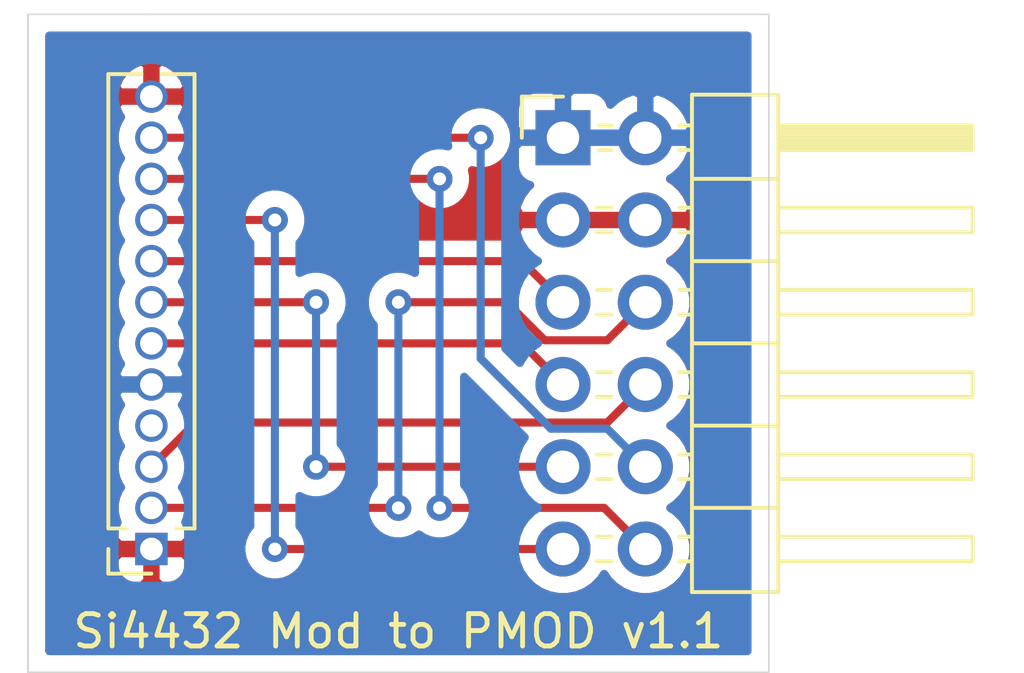
<source format=kicad_pcb>
(kicad_pcb (version 20171130) (host pcbnew 5.1.10)

  (general
    (thickness 1.6)
    (drawings 6)
    (tracks 37)
    (zones 0)
    (modules 2)
    (nets 12)
  )

  (page A4)
  (layers
    (0 F.Cu signal)
    (31 B.Cu signal)
    (32 B.Adhes user)
    (33 F.Adhes user)
    (34 B.Paste user)
    (35 F.Paste user)
    (36 B.SilkS user)
    (37 F.SilkS user)
    (38 B.Mask user)
    (39 F.Mask user)
    (40 Dwgs.User user)
    (41 Cmts.User user)
    (42 Eco1.User user)
    (43 Eco2.User user)
    (44 Edge.Cuts user)
    (45 Margin user)
    (46 B.CrtYd user)
    (47 F.CrtYd user)
    (48 B.Fab user)
    (49 F.Fab user)
  )

  (setup
    (last_trace_width 0.25)
    (trace_clearance 0.2)
    (zone_clearance 0.508)
    (zone_45_only no)
    (trace_min 0.2)
    (via_size 0.8)
    (via_drill 0.4)
    (via_min_size 0.4)
    (via_min_drill 0.3)
    (uvia_size 0.3)
    (uvia_drill 0.1)
    (uvias_allowed no)
    (uvia_min_size 0.2)
    (uvia_min_drill 0.1)
    (edge_width 0.05)
    (segment_width 0.2)
    (pcb_text_width 0.3)
    (pcb_text_size 1.5 1.5)
    (mod_edge_width 0.12)
    (mod_text_size 1 1)
    (mod_text_width 0.15)
    (pad_size 1.524 1.524)
    (pad_drill 0.762)
    (pad_to_mask_clearance 0)
    (aux_axis_origin 0 0)
    (visible_elements FFFFFF7F)
    (pcbplotparams
      (layerselection 0x010fc_ffffffff)
      (usegerberextensions false)
      (usegerberattributes true)
      (usegerberadvancedattributes true)
      (creategerberjobfile true)
      (excludeedgelayer true)
      (linewidth 0.100000)
      (plotframeref false)
      (viasonmask false)
      (mode 1)
      (useauxorigin false)
      (hpglpennumber 1)
      (hpglpenspeed 20)
      (hpglpendiameter 15.000000)
      (psnegative false)
      (psa4output false)
      (plotreference true)
      (plotvalue true)
      (plotinvisibletext false)
      (padsonsilk false)
      (subtractmaskfromsilk false)
      (outputformat 1)
      (mirror false)
      (drillshape 0)
      (scaleselection 1)
      (outputdirectory "Si4432_pmod_v1.1"))
  )

  (net 0 "")
  (net 1 GND)
  (net 2 nSD)
  (net 3 nIRQ)
  (net 4 nCS)
  (net 5 SCK)
  (net 6 MOSI)
  (net 7 MISO)
  (net 8 VCC)
  (net 9 GPIO2)
  (net 10 GPIO1)
  (net 11 GPIO0)

  (net_class Default "This is the default net class."
    (clearance 0.2)
    (trace_width 0.25)
    (via_dia 0.8)
    (via_drill 0.4)
    (uvia_dia 0.3)
    (uvia_drill 0.1)
    (add_net GND)
    (add_net GPIO0)
    (add_net GPIO1)
    (add_net GPIO2)
    (add_net MISO)
    (add_net MOSI)
    (add_net SCK)
    (add_net VCC)
    (add_net nCS)
    (add_net nIRQ)
    (add_net nSD)
  )

  (module Connector_PinHeader_2.54mm:PinHeader_2x06_P2.54mm_Horizontal (layer F.Cu) (tedit 59FED5CB) (tstamp 614B65A6)
    (at 149.86 43.18)
    (descr "Through hole angled pin header, 2x06, 2.54mm pitch, 6mm pin length, double rows")
    (tags "Through hole angled pin header THT 2x06 2.54mm double row")
    (path /614BC258)
    (fp_text reference J2 (at 0 -2.54) (layer F.SilkS) hide
      (effects (font (size 1 1) (thickness 0.15)))
    )
    (fp_text value Conn_02x06_Odd_Even (at 5.655 14.97) (layer F.Fab)
      (effects (font (size 1 1) (thickness 0.15)))
    )
    (fp_line (start 13.1 -1.8) (end -1.8 -1.8) (layer F.CrtYd) (width 0.05))
    (fp_line (start 13.1 14.5) (end 13.1 -1.8) (layer F.CrtYd) (width 0.05))
    (fp_line (start -1.8 14.5) (end 13.1 14.5) (layer F.CrtYd) (width 0.05))
    (fp_line (start -1.8 -1.8) (end -1.8 14.5) (layer F.CrtYd) (width 0.05))
    (fp_line (start -1.27 -1.27) (end 0 -1.27) (layer F.SilkS) (width 0.12))
    (fp_line (start -1.27 0) (end -1.27 -1.27) (layer F.SilkS) (width 0.12))
    (fp_line (start 1.042929 13.08) (end 1.497071 13.08) (layer F.SilkS) (width 0.12))
    (fp_line (start 1.042929 12.32) (end 1.497071 12.32) (layer F.SilkS) (width 0.12))
    (fp_line (start 3.582929 13.08) (end 3.98 13.08) (layer F.SilkS) (width 0.12))
    (fp_line (start 3.582929 12.32) (end 3.98 12.32) (layer F.SilkS) (width 0.12))
    (fp_line (start 12.64 13.08) (end 6.64 13.08) (layer F.SilkS) (width 0.12))
    (fp_line (start 12.64 12.32) (end 12.64 13.08) (layer F.SilkS) (width 0.12))
    (fp_line (start 6.64 12.32) (end 12.64 12.32) (layer F.SilkS) (width 0.12))
    (fp_line (start 3.98 11.43) (end 6.64 11.43) (layer F.SilkS) (width 0.12))
    (fp_line (start 1.042929 10.54) (end 1.497071 10.54) (layer F.SilkS) (width 0.12))
    (fp_line (start 1.042929 9.78) (end 1.497071 9.78) (layer F.SilkS) (width 0.12))
    (fp_line (start 3.582929 10.54) (end 3.98 10.54) (layer F.SilkS) (width 0.12))
    (fp_line (start 3.582929 9.78) (end 3.98 9.78) (layer F.SilkS) (width 0.12))
    (fp_line (start 12.64 10.54) (end 6.64 10.54) (layer F.SilkS) (width 0.12))
    (fp_line (start 12.64 9.78) (end 12.64 10.54) (layer F.SilkS) (width 0.12))
    (fp_line (start 6.64 9.78) (end 12.64 9.78) (layer F.SilkS) (width 0.12))
    (fp_line (start 3.98 8.89) (end 6.64 8.89) (layer F.SilkS) (width 0.12))
    (fp_line (start 1.042929 8) (end 1.497071 8) (layer F.SilkS) (width 0.12))
    (fp_line (start 1.042929 7.24) (end 1.497071 7.24) (layer F.SilkS) (width 0.12))
    (fp_line (start 3.582929 8) (end 3.98 8) (layer F.SilkS) (width 0.12))
    (fp_line (start 3.582929 7.24) (end 3.98 7.24) (layer F.SilkS) (width 0.12))
    (fp_line (start 12.64 8) (end 6.64 8) (layer F.SilkS) (width 0.12))
    (fp_line (start 12.64 7.24) (end 12.64 8) (layer F.SilkS) (width 0.12))
    (fp_line (start 6.64 7.24) (end 12.64 7.24) (layer F.SilkS) (width 0.12))
    (fp_line (start 3.98 6.35) (end 6.64 6.35) (layer F.SilkS) (width 0.12))
    (fp_line (start 1.042929 5.46) (end 1.497071 5.46) (layer F.SilkS) (width 0.12))
    (fp_line (start 1.042929 4.7) (end 1.497071 4.7) (layer F.SilkS) (width 0.12))
    (fp_line (start 3.582929 5.46) (end 3.98 5.46) (layer F.SilkS) (width 0.12))
    (fp_line (start 3.582929 4.7) (end 3.98 4.7) (layer F.SilkS) (width 0.12))
    (fp_line (start 12.64 5.46) (end 6.64 5.46) (layer F.SilkS) (width 0.12))
    (fp_line (start 12.64 4.7) (end 12.64 5.46) (layer F.SilkS) (width 0.12))
    (fp_line (start 6.64 4.7) (end 12.64 4.7) (layer F.SilkS) (width 0.12))
    (fp_line (start 3.98 3.81) (end 6.64 3.81) (layer F.SilkS) (width 0.12))
    (fp_line (start 1.042929 2.92) (end 1.497071 2.92) (layer F.SilkS) (width 0.12))
    (fp_line (start 1.042929 2.16) (end 1.497071 2.16) (layer F.SilkS) (width 0.12))
    (fp_line (start 3.582929 2.92) (end 3.98 2.92) (layer F.SilkS) (width 0.12))
    (fp_line (start 3.582929 2.16) (end 3.98 2.16) (layer F.SilkS) (width 0.12))
    (fp_line (start 12.64 2.92) (end 6.64 2.92) (layer F.SilkS) (width 0.12))
    (fp_line (start 12.64 2.16) (end 12.64 2.92) (layer F.SilkS) (width 0.12))
    (fp_line (start 6.64 2.16) (end 12.64 2.16) (layer F.SilkS) (width 0.12))
    (fp_line (start 3.98 1.27) (end 6.64 1.27) (layer F.SilkS) (width 0.12))
    (fp_line (start 1.11 0.38) (end 1.497071 0.38) (layer F.SilkS) (width 0.12))
    (fp_line (start 1.11 -0.38) (end 1.497071 -0.38) (layer F.SilkS) (width 0.12))
    (fp_line (start 3.582929 0.38) (end 3.98 0.38) (layer F.SilkS) (width 0.12))
    (fp_line (start 3.582929 -0.38) (end 3.98 -0.38) (layer F.SilkS) (width 0.12))
    (fp_line (start 6.64 0.28) (end 12.64 0.28) (layer F.SilkS) (width 0.12))
    (fp_line (start 6.64 0.16) (end 12.64 0.16) (layer F.SilkS) (width 0.12))
    (fp_line (start 6.64 0.04) (end 12.64 0.04) (layer F.SilkS) (width 0.12))
    (fp_line (start 6.64 -0.08) (end 12.64 -0.08) (layer F.SilkS) (width 0.12))
    (fp_line (start 6.64 -0.2) (end 12.64 -0.2) (layer F.SilkS) (width 0.12))
    (fp_line (start 6.64 -0.32) (end 12.64 -0.32) (layer F.SilkS) (width 0.12))
    (fp_line (start 12.64 0.38) (end 6.64 0.38) (layer F.SilkS) (width 0.12))
    (fp_line (start 12.64 -0.38) (end 12.64 0.38) (layer F.SilkS) (width 0.12))
    (fp_line (start 6.64 -0.38) (end 12.64 -0.38) (layer F.SilkS) (width 0.12))
    (fp_line (start 6.64 -1.33) (end 3.98 -1.33) (layer F.SilkS) (width 0.12))
    (fp_line (start 6.64 14.03) (end 6.64 -1.33) (layer F.SilkS) (width 0.12))
    (fp_line (start 3.98 14.03) (end 6.64 14.03) (layer F.SilkS) (width 0.12))
    (fp_line (start 3.98 -1.33) (end 3.98 14.03) (layer F.SilkS) (width 0.12))
    (fp_line (start 6.58 13.02) (end 12.58 13.02) (layer F.Fab) (width 0.1))
    (fp_line (start 12.58 12.38) (end 12.58 13.02) (layer F.Fab) (width 0.1))
    (fp_line (start 6.58 12.38) (end 12.58 12.38) (layer F.Fab) (width 0.1))
    (fp_line (start -0.32 13.02) (end 4.04 13.02) (layer F.Fab) (width 0.1))
    (fp_line (start -0.32 12.38) (end -0.32 13.02) (layer F.Fab) (width 0.1))
    (fp_line (start -0.32 12.38) (end 4.04 12.38) (layer F.Fab) (width 0.1))
    (fp_line (start 6.58 10.48) (end 12.58 10.48) (layer F.Fab) (width 0.1))
    (fp_line (start 12.58 9.84) (end 12.58 10.48) (layer F.Fab) (width 0.1))
    (fp_line (start 6.58 9.84) (end 12.58 9.84) (layer F.Fab) (width 0.1))
    (fp_line (start -0.32 10.48) (end 4.04 10.48) (layer F.Fab) (width 0.1))
    (fp_line (start -0.32 9.84) (end -0.32 10.48) (layer F.Fab) (width 0.1))
    (fp_line (start -0.32 9.84) (end 4.04 9.84) (layer F.Fab) (width 0.1))
    (fp_line (start 6.58 7.94) (end 12.58 7.94) (layer F.Fab) (width 0.1))
    (fp_line (start 12.58 7.3) (end 12.58 7.94) (layer F.Fab) (width 0.1))
    (fp_line (start 6.58 7.3) (end 12.58 7.3) (layer F.Fab) (width 0.1))
    (fp_line (start -0.32 7.94) (end 4.04 7.94) (layer F.Fab) (width 0.1))
    (fp_line (start -0.32 7.3) (end -0.32 7.94) (layer F.Fab) (width 0.1))
    (fp_line (start -0.32 7.3) (end 4.04 7.3) (layer F.Fab) (width 0.1))
    (fp_line (start 6.58 5.4) (end 12.58 5.4) (layer F.Fab) (width 0.1))
    (fp_line (start 12.58 4.76) (end 12.58 5.4) (layer F.Fab) (width 0.1))
    (fp_line (start 6.58 4.76) (end 12.58 4.76) (layer F.Fab) (width 0.1))
    (fp_line (start -0.32 5.4) (end 4.04 5.4) (layer F.Fab) (width 0.1))
    (fp_line (start -0.32 4.76) (end -0.32 5.4) (layer F.Fab) (width 0.1))
    (fp_line (start -0.32 4.76) (end 4.04 4.76) (layer F.Fab) (width 0.1))
    (fp_line (start 6.58 2.86) (end 12.58 2.86) (layer F.Fab) (width 0.1))
    (fp_line (start 12.58 2.22) (end 12.58 2.86) (layer F.Fab) (width 0.1))
    (fp_line (start 6.58 2.22) (end 12.58 2.22) (layer F.Fab) (width 0.1))
    (fp_line (start -0.32 2.86) (end 4.04 2.86) (layer F.Fab) (width 0.1))
    (fp_line (start -0.32 2.22) (end -0.32 2.86) (layer F.Fab) (width 0.1))
    (fp_line (start -0.32 2.22) (end 4.04 2.22) (layer F.Fab) (width 0.1))
    (fp_line (start 6.58 0.32) (end 12.58 0.32) (layer F.Fab) (width 0.1))
    (fp_line (start 12.58 -0.32) (end 12.58 0.32) (layer F.Fab) (width 0.1))
    (fp_line (start 6.58 -0.32) (end 12.58 -0.32) (layer F.Fab) (width 0.1))
    (fp_line (start -0.32 0.32) (end 4.04 0.32) (layer F.Fab) (width 0.1))
    (fp_line (start -0.32 -0.32) (end -0.32 0.32) (layer F.Fab) (width 0.1))
    (fp_line (start -0.32 -0.32) (end 4.04 -0.32) (layer F.Fab) (width 0.1))
    (fp_line (start 4.04 -0.635) (end 4.675 -1.27) (layer F.Fab) (width 0.1))
    (fp_line (start 4.04 13.97) (end 4.04 -0.635) (layer F.Fab) (width 0.1))
    (fp_line (start 6.58 13.97) (end 4.04 13.97) (layer F.Fab) (width 0.1))
    (fp_line (start 6.58 -1.27) (end 6.58 13.97) (layer F.Fab) (width 0.1))
    (fp_line (start 4.675 -1.27) (end 6.58 -1.27) (layer F.Fab) (width 0.1))
    (fp_text user %R (at 5.31 6.35 90) (layer F.Fab)
      (effects (font (size 1 1) (thickness 0.15)))
    )
    (pad 12 thru_hole oval (at 2.54 12.7) (size 1.7 1.7) (drill 1) (layers *.Cu *.Mask)
      (net 3 nIRQ))
    (pad 11 thru_hole oval (at 0 12.7) (size 1.7 1.7) (drill 1) (layers *.Cu *.Mask)
      (net 4 nCS))
    (pad 10 thru_hole oval (at 2.54 10.16) (size 1.7 1.7) (drill 1) (layers *.Cu *.Mask)
      (net 2 nSD))
    (pad 9 thru_hole oval (at 0 10.16) (size 1.7 1.7) (drill 1) (layers *.Cu *.Mask)
      (net 6 MOSI))
    (pad 8 thru_hole oval (at 2.54 7.62) (size 1.7 1.7) (drill 1) (layers *.Cu *.Mask)
      (net 10 GPIO1))
    (pad 7 thru_hole oval (at 0 7.62) (size 1.7 1.7) (drill 1) (layers *.Cu *.Mask)
      (net 7 MISO))
    (pad 6 thru_hole oval (at 2.54 5.08) (size 1.7 1.7) (drill 1) (layers *.Cu *.Mask)
      (net 11 GPIO0))
    (pad 5 thru_hole oval (at 0 5.08) (size 1.7 1.7) (drill 1) (layers *.Cu *.Mask)
      (net 5 SCK))
    (pad 4 thru_hole oval (at 2.54 2.54) (size 1.7 1.7) (drill 1) (layers *.Cu *.Mask)
      (net 1 GND))
    (pad 3 thru_hole oval (at 0 2.54) (size 1.7 1.7) (drill 1) (layers *.Cu *.Mask)
      (net 1 GND))
    (pad 2 thru_hole oval (at 2.54 0) (size 1.7 1.7) (drill 1) (layers *.Cu *.Mask)
      (net 8 VCC))
    (pad 1 thru_hole rect (at 0 0) (size 1.7 1.7) (drill 1) (layers *.Cu *.Mask)
      (net 8 VCC))
    (model ${KISYS3DMOD}/Connector_PinHeader_2.54mm.3dshapes/PinHeader_2x06_P2.54mm_Horizontal.wrl
      (at (xyz 0 0 0))
      (scale (xyz 1 1 1))
      (rotate (xyz 0 0 0))
    )
  )

  (module Connector_PinSocket_1.27mm:PinSocket_1x12_P1.27mm_Vertical (layer F.Cu) (tedit 5A19A426) (tstamp 614B5FF9)
    (at 137.16 55.88 180)
    (descr "Through hole straight socket strip, 1x12, 1.27mm pitch, single row (from Kicad 4.0.7), script generated")
    (tags "Through hole socket strip THT 1x12 1.27mm single row")
    (path /614B5C91)
    (fp_text reference J1 (at 0 -2.135) (layer F.SilkS) hide
      (effects (font (size 1 1) (thickness 0.15)))
    )
    (fp_text value Conn_01x12 (at 0 16.105) (layer F.Fab)
      (effects (font (size 1 1) (thickness 0.15)))
    )
    (fp_line (start -1.8 15.1) (end -1.8 -1.15) (layer F.CrtYd) (width 0.05))
    (fp_line (start 1.75 15.1) (end -1.8 15.1) (layer F.CrtYd) (width 0.05))
    (fp_line (start 1.75 -1.15) (end 1.75 15.1) (layer F.CrtYd) (width 0.05))
    (fp_line (start -1.8 -1.15) (end 1.75 -1.15) (layer F.CrtYd) (width 0.05))
    (fp_line (start 0 -0.76) (end 1.33 -0.76) (layer F.SilkS) (width 0.12))
    (fp_line (start 1.33 -0.76) (end 1.33 0) (layer F.SilkS) (width 0.12))
    (fp_line (start 1.33 0.635) (end 1.33 14.665) (layer F.SilkS) (width 0.12))
    (fp_line (start 0.30753 14.665) (end 1.33 14.665) (layer F.SilkS) (width 0.12))
    (fp_line (start -1.33 14.665) (end -0.30753 14.665) (layer F.SilkS) (width 0.12))
    (fp_line (start -1.33 0.635) (end -1.33 14.665) (layer F.SilkS) (width 0.12))
    (fp_line (start 0.76 0.635) (end 1.33 0.635) (layer F.SilkS) (width 0.12))
    (fp_line (start -1.33 0.635) (end -0.76 0.635) (layer F.SilkS) (width 0.12))
    (fp_line (start -1.27 14.605) (end -1.27 -0.635) (layer F.Fab) (width 0.1))
    (fp_line (start 1.27 14.605) (end -1.27 14.605) (layer F.Fab) (width 0.1))
    (fp_line (start 1.27 0) (end 1.27 14.605) (layer F.Fab) (width 0.1))
    (fp_line (start 0.635 -0.635) (end 1.27 0) (layer F.Fab) (width 0.1))
    (fp_line (start -1.27 -0.635) (end 0.635 -0.635) (layer F.Fab) (width 0.1))
    (fp_text user %R (at 0 6.985 90) (layer F.Fab)
      (effects (font (size 1 1) (thickness 0.15)))
    )
    (pad 12 thru_hole oval (at 0 13.97 180) (size 1 1) (drill 0.7) (layers *.Cu *.Mask)
      (net 1 GND))
    (pad 11 thru_hole oval (at 0 12.7 180) (size 1 1) (drill 0.7) (layers *.Cu *.Mask)
      (net 2 nSD))
    (pad 10 thru_hole oval (at 0 11.43 180) (size 1 1) (drill 0.7) (layers *.Cu *.Mask)
      (net 3 nIRQ))
    (pad 9 thru_hole oval (at 0 10.16 180) (size 1 1) (drill 0.7) (layers *.Cu *.Mask)
      (net 4 nCS))
    (pad 8 thru_hole oval (at 0 8.89 180) (size 1 1) (drill 0.7) (layers *.Cu *.Mask)
      (net 5 SCK))
    (pad 7 thru_hole oval (at 0 7.62 180) (size 1 1) (drill 0.7) (layers *.Cu *.Mask)
      (net 6 MOSI))
    (pad 6 thru_hole oval (at 0 6.35 180) (size 1 1) (drill 0.7) (layers *.Cu *.Mask)
      (net 7 MISO))
    (pad 5 thru_hole oval (at 0 5.08 180) (size 1 1) (drill 0.7) (layers *.Cu *.Mask)
      (net 8 VCC))
    (pad 4 thru_hole oval (at 0 3.81 180) (size 1 1) (drill 0.7) (layers *.Cu *.Mask)
      (net 9 GPIO2))
    (pad 3 thru_hole oval (at 0 2.54 180) (size 1 1) (drill 0.7) (layers *.Cu *.Mask)
      (net 10 GPIO1))
    (pad 2 thru_hole oval (at 0 1.27 180) (size 1 1) (drill 0.7) (layers *.Cu *.Mask)
      (net 11 GPIO0))
    (pad 1 thru_hole rect (at 0 0 180) (size 1 1) (drill 0.7) (layers *.Cu *.Mask)
      (net 1 GND))
    (model ${KISYS3DMOD}/Connector_PinSocket_1.27mm.3dshapes/PinSocket_1x12_P1.27mm_Vertical.wrl
      (at (xyz 0 0 0))
      (scale (xyz 1 1 1))
      (rotate (xyz 0 0 0))
    )
  )

  (gr_text "Si4432 Mod to PMOD v1.1" (at 144.78 58.42) (layer F.SilkS)
    (effects (font (size 1 1) (thickness 0.15)))
  )
  (gr_line (start 133.35 59.69) (end 156.21 59.69) (layer Edge.Cuts) (width 0.05) (tstamp 614B6A74))
  (gr_line (start 133.35 39.37) (end 133.35 59.69) (layer Edge.Cuts) (width 0.05))
  (gr_line (start 137.16 39.37) (end 133.35 39.37) (layer Edge.Cuts) (width 0.05))
  (gr_line (start 156.21 39.37) (end 137.16 39.37) (layer Edge.Cuts) (width 0.05))
  (gr_line (start 156.21 59.69) (end 156.21 39.37) (layer Edge.Cuts) (width 0.05))

  (via (at 147.32 43.18) (size 0.8) (drill 0.4) (layers F.Cu B.Cu) (net 2))
  (segment (start 137.16 43.18) (end 147.32 43.18) (width 0.25) (layer F.Cu) (net 2))
  (segment (start 151.224999 52.164999) (end 152.4 53.34) (width 0.25) (layer B.Cu) (net 2))
  (segment (start 149.485997 52.164999) (end 151.224999 52.164999) (width 0.25) (layer B.Cu) (net 2))
  (segment (start 147.32 49.999002) (end 149.485997 52.164999) (width 0.25) (layer B.Cu) (net 2))
  (segment (start 147.32 43.18) (end 147.32 49.999002) (width 0.25) (layer B.Cu) (net 2))
  (via (at 146.05 44.45) (size 0.8) (drill 0.4) (layers F.Cu B.Cu) (net 3))
  (segment (start 137.16 44.45) (end 146.05 44.45) (width 0.25) (layer F.Cu) (net 3))
  (via (at 146.05 54.61) (size 0.8) (drill 0.4) (layers F.Cu B.Cu) (net 3))
  (segment (start 146.05 44.45) (end 146.05 54.61) (width 0.25) (layer B.Cu) (net 3))
  (segment (start 151.13 54.61) (end 152.4 55.88) (width 0.25) (layer F.Cu) (net 3))
  (segment (start 146.05 54.61) (end 151.13 54.61) (width 0.25) (layer F.Cu) (net 3))
  (via (at 140.97 55.88) (size 0.8) (drill 0.4) (layers F.Cu B.Cu) (net 4))
  (segment (start 149.86 55.88) (end 140.97 55.88) (width 0.25) (layer F.Cu) (net 4))
  (segment (start 140.97 55.88) (end 140.97 45.72) (width 0.25) (layer B.Cu) (net 4))
  (via (at 140.97 45.72) (size 0.8) (drill 0.4) (layers F.Cu B.Cu) (net 4))
  (segment (start 137.16 45.72) (end 140.97 45.72) (width 0.25) (layer F.Cu) (net 4))
  (segment (start 148.59 46.99) (end 149.86 48.26) (width 0.25) (layer F.Cu) (net 5))
  (segment (start 137.16 46.99) (end 148.59 46.99) (width 0.25) (layer F.Cu) (net 5))
  (via (at 142.24 48.26) (size 0.8) (drill 0.4) (layers F.Cu B.Cu) (net 6))
  (segment (start 137.16 48.26) (end 142.24 48.26) (width 0.25) (layer F.Cu) (net 6))
  (via (at 142.24 53.34) (size 0.8) (drill 0.4) (layers F.Cu B.Cu) (net 6))
  (segment (start 142.24 48.26) (end 142.24 53.34) (width 0.25) (layer B.Cu) (net 6))
  (segment (start 142.24 53.34) (end 149.86 53.34) (width 0.25) (layer F.Cu) (net 6))
  (segment (start 148.59 49.53) (end 149.86 50.8) (width 0.25) (layer F.Cu) (net 7))
  (segment (start 137.16 49.53) (end 148.59 49.53) (width 0.25) (layer F.Cu) (net 7))
  (segment (start 151.224999 51.975001) (end 152.4 50.8) (width 0.25) (layer F.Cu) (net 10))
  (segment (start 138.524999 51.975001) (end 151.224999 51.975001) (width 0.25) (layer F.Cu) (net 10))
  (segment (start 137.16 53.34) (end 138.524999 51.975001) (width 0.25) (layer F.Cu) (net 10))
  (via (at 144.78 54.61) (size 0.8) (drill 0.4) (layers F.Cu B.Cu) (net 11))
  (segment (start 137.16 54.61) (end 144.78 54.61) (width 0.25) (layer F.Cu) (net 11))
  (segment (start 144.78 54.61) (end 144.78 48.26) (width 0.25) (layer B.Cu) (net 11))
  (via (at 144.78 48.26) (size 0.8) (drill 0.4) (layers F.Cu B.Cu) (net 11))
  (segment (start 151.224999 49.435001) (end 152.4 48.26) (width 0.25) (layer F.Cu) (net 11))
  (segment (start 149.295999 49.435001) (end 151.224999 49.435001) (width 0.25) (layer F.Cu) (net 11))
  (segment (start 148.120998 48.26) (end 149.295999 49.435001) (width 0.25) (layer F.Cu) (net 11))
  (segment (start 144.78 48.26) (end 148.120998 48.26) (width 0.25) (layer F.Cu) (net 11))

  (zone (net 1) (net_name GND) (layer F.Cu) (tstamp 61CDAEB5) (hatch edge 0.508)
    (connect_pads (clearance 0.508))
    (min_thickness 0.254)
    (fill yes (arc_segments 32) (thermal_gap 0.508) (thermal_bridge_width 0.508))
    (polygon
      (pts
        (xy 156.21 59.69) (xy 133.35 59.69) (xy 133.35 39.37) (xy 156.21 39.37)
      )
    )
    (filled_polygon
      (pts
        (xy 155.55 59.03) (xy 134.01 59.03) (xy 134.01 56.38) (xy 136.021928 56.38) (xy 136.034188 56.504482)
        (xy 136.070498 56.62418) (xy 136.129463 56.734494) (xy 136.208815 56.831185) (xy 136.305506 56.910537) (xy 136.41582 56.969502)
        (xy 136.535518 57.005812) (xy 136.66 57.018072) (xy 136.87425 57.015) (xy 137.033 56.85625) (xy 137.033 56.007)
        (xy 137.287 56.007) (xy 137.287 56.85625) (xy 137.44575 57.015) (xy 137.66 57.018072) (xy 137.784482 57.005812)
        (xy 137.90418 56.969502) (xy 138.014494 56.910537) (xy 138.111185 56.831185) (xy 138.190537 56.734494) (xy 138.249502 56.62418)
        (xy 138.285812 56.504482) (xy 138.298072 56.38) (xy 138.295 56.16575) (xy 138.13625 56.007) (xy 137.287 56.007)
        (xy 137.033 56.007) (xy 136.18375 56.007) (xy 136.025 56.16575) (xy 136.021928 56.38) (xy 134.01 56.38)
        (xy 134.01 55.38) (xy 136.021928 55.38) (xy 136.025 55.59425) (xy 136.18375 55.753) (xy 137.033 55.753)
        (xy 137.033 55.741974) (xy 137.048212 55.745) (xy 137.271788 55.745) (xy 137.287 55.741974) (xy 137.287 55.753)
        (xy 138.13625 55.753) (xy 138.295 55.59425) (xy 138.298072 55.38) (xy 138.297087 55.37) (xy 140.065987 55.37)
        (xy 140.052795 55.389744) (xy 139.974774 55.578102) (xy 139.935 55.778061) (xy 139.935 55.981939) (xy 139.974774 56.181898)
        (xy 140.052795 56.370256) (xy 140.166063 56.539774) (xy 140.310226 56.683937) (xy 140.479744 56.797205) (xy 140.668102 56.875226)
        (xy 140.868061 56.915) (xy 141.071939 56.915) (xy 141.271898 56.875226) (xy 141.460256 56.797205) (xy 141.629774 56.683937)
        (xy 141.673711 56.64) (xy 148.581822 56.64) (xy 148.706525 56.826632) (xy 148.913368 57.033475) (xy 149.156589 57.19599)
        (xy 149.426842 57.307932) (xy 149.71374 57.365) (xy 150.00626 57.365) (xy 150.293158 57.307932) (xy 150.563411 57.19599)
        (xy 150.806632 57.033475) (xy 151.013475 56.826632) (xy 151.13 56.65224) (xy 151.246525 56.826632) (xy 151.453368 57.033475)
        (xy 151.696589 57.19599) (xy 151.966842 57.307932) (xy 152.25374 57.365) (xy 152.54626 57.365) (xy 152.833158 57.307932)
        (xy 153.103411 57.19599) (xy 153.346632 57.033475) (xy 153.553475 56.826632) (xy 153.71599 56.583411) (xy 153.827932 56.313158)
        (xy 153.885 56.02626) (xy 153.885 55.73374) (xy 153.827932 55.446842) (xy 153.71599 55.176589) (xy 153.553475 54.933368)
        (xy 153.346632 54.726525) (xy 153.17224 54.61) (xy 153.346632 54.493475) (xy 153.553475 54.286632) (xy 153.71599 54.043411)
        (xy 153.827932 53.773158) (xy 153.885 53.48626) (xy 153.885 53.19374) (xy 153.827932 52.906842) (xy 153.71599 52.636589)
        (xy 153.553475 52.393368) (xy 153.346632 52.186525) (xy 153.17224 52.07) (xy 153.346632 51.953475) (xy 153.553475 51.746632)
        (xy 153.71599 51.503411) (xy 153.827932 51.233158) (xy 153.885 50.94626) (xy 153.885 50.65374) (xy 153.827932 50.366842)
        (xy 153.71599 50.096589) (xy 153.553475 49.853368) (xy 153.346632 49.646525) (xy 153.17224 49.53) (xy 153.346632 49.413475)
        (xy 153.553475 49.206632) (xy 153.71599 48.963411) (xy 153.827932 48.693158) (xy 153.885 48.40626) (xy 153.885 48.11374)
        (xy 153.827932 47.826842) (xy 153.71599 47.556589) (xy 153.553475 47.313368) (xy 153.346632 47.106525) (xy 153.164466 46.984805)
        (xy 153.281355 46.915178) (xy 153.497588 46.720269) (xy 153.671641 46.48692) (xy 153.796825 46.224099) (xy 153.841476 46.07689)
        (xy 153.720155 45.847) (xy 152.527 45.847) (xy 152.527 45.867) (xy 152.273 45.867) (xy 152.273 45.847)
        (xy 149.987 45.847) (xy 149.987 45.867) (xy 149.733 45.867) (xy 149.733 45.847) (xy 148.539845 45.847)
        (xy 148.418524 46.07689) (xy 148.463175 46.224099) (xy 148.465986 46.23) (xy 141.874013 46.23) (xy 141.887205 46.210256)
        (xy 141.965226 46.021898) (xy 142.005 45.821939) (xy 142.005 45.618061) (xy 141.965226 45.418102) (xy 141.887205 45.229744)
        (xy 141.874013 45.21) (xy 145.346289 45.21) (xy 145.390226 45.253937) (xy 145.559744 45.367205) (xy 145.748102 45.445226)
        (xy 145.948061 45.485) (xy 146.151939 45.485) (xy 146.351898 45.445226) (xy 146.540256 45.367205) (xy 146.709774 45.253937)
        (xy 146.853937 45.109774) (xy 146.967205 44.940256) (xy 147.045226 44.751898) (xy 147.085 44.551939) (xy 147.085 44.348061)
        (xy 147.051961 44.181961) (xy 147.218061 44.215) (xy 147.421939 44.215) (xy 147.621898 44.175226) (xy 147.810256 44.097205)
        (xy 147.979774 43.983937) (xy 148.123937 43.839774) (xy 148.237205 43.670256) (xy 148.315226 43.481898) (xy 148.355 43.281939)
        (xy 148.355 43.078061) (xy 148.315226 42.878102) (xy 148.237205 42.689744) (xy 148.123937 42.520226) (xy 147.979774 42.376063)
        (xy 147.910836 42.33) (xy 148.371928 42.33) (xy 148.371928 44.03) (xy 148.384188 44.154482) (xy 148.420498 44.27418)
        (xy 148.479463 44.384494) (xy 148.558815 44.481185) (xy 148.655506 44.560537) (xy 148.76582 44.619502) (xy 148.846466 44.643966)
        (xy 148.762412 44.719731) (xy 148.588359 44.95308) (xy 148.463175 45.215901) (xy 148.418524 45.36311) (xy 148.539845 45.593)
        (xy 149.733 45.593) (xy 149.733 45.573) (xy 149.987 45.573) (xy 149.987 45.593) (xy 152.273 45.593)
        (xy 152.273 45.573) (xy 152.527 45.573) (xy 152.527 45.593) (xy 153.720155 45.593) (xy 153.841476 45.36311)
        (xy 153.796825 45.215901) (xy 153.671641 44.95308) (xy 153.497588 44.719731) (xy 153.281355 44.524822) (xy 153.164466 44.455195)
        (xy 153.346632 44.333475) (xy 153.553475 44.126632) (xy 153.71599 43.883411) (xy 153.827932 43.613158) (xy 153.885 43.32626)
        (xy 153.885 43.03374) (xy 153.827932 42.746842) (xy 153.71599 42.476589) (xy 153.553475 42.233368) (xy 153.346632 42.026525)
        (xy 153.103411 41.86401) (xy 152.833158 41.752068) (xy 152.54626 41.695) (xy 152.25374 41.695) (xy 151.966842 41.752068)
        (xy 151.696589 41.86401) (xy 151.453368 42.026525) (xy 151.321513 42.15838) (xy 151.299502 42.08582) (xy 151.240537 41.975506)
        (xy 151.161185 41.878815) (xy 151.064494 41.799463) (xy 150.95418 41.740498) (xy 150.834482 41.704188) (xy 150.71 41.691928)
        (xy 149.01 41.691928) (xy 148.885518 41.704188) (xy 148.76582 41.740498) (xy 148.655506 41.799463) (xy 148.558815 41.878815)
        (xy 148.479463 41.975506) (xy 148.420498 42.08582) (xy 148.384188 42.205518) (xy 148.371928 42.33) (xy 147.910836 42.33)
        (xy 147.810256 42.262795) (xy 147.621898 42.184774) (xy 147.421939 42.145) (xy 147.218061 42.145) (xy 147.018102 42.184774)
        (xy 146.829744 42.262795) (xy 146.660226 42.376063) (xy 146.616289 42.42) (xy 138.169424 42.42) (xy 138.237446 42.266864)
        (xy 138.254119 42.211874) (xy 138.127954 42.037) (xy 137.287 42.037) (xy 137.287 42.048026) (xy 137.271788 42.045)
        (xy 137.048212 42.045) (xy 137.033 42.048026) (xy 137.033 42.037) (xy 136.192046 42.037) (xy 136.065881 42.211874)
        (xy 136.082554 42.266864) (xy 136.172877 42.470206) (xy 136.222353 42.540342) (xy 136.154176 42.642376) (xy 136.068617 42.848933)
        (xy 136.025 43.068212) (xy 136.025 43.291788) (xy 136.068617 43.511067) (xy 136.154176 43.717624) (xy 136.219241 43.815)
        (xy 136.154176 43.912376) (xy 136.068617 44.118933) (xy 136.025 44.338212) (xy 136.025 44.561788) (xy 136.068617 44.781067)
        (xy 136.154176 44.987624) (xy 136.219241 45.085) (xy 136.154176 45.182376) (xy 136.068617 45.388933) (xy 136.025 45.608212)
        (xy 136.025 45.831788) (xy 136.068617 46.051067) (xy 136.154176 46.257624) (xy 136.219241 46.355) (xy 136.154176 46.452376)
        (xy 136.068617 46.658933) (xy 136.025 46.878212) (xy 136.025 47.101788) (xy 136.068617 47.321067) (xy 136.154176 47.527624)
        (xy 136.219241 47.625) (xy 136.154176 47.722376) (xy 136.068617 47.928933) (xy 136.025 48.148212) (xy 136.025 48.371788)
        (xy 136.068617 48.591067) (xy 136.154176 48.797624) (xy 136.219241 48.895) (xy 136.154176 48.992376) (xy 136.068617 49.198933)
        (xy 136.025 49.418212) (xy 136.025 49.641788) (xy 136.068617 49.861067) (xy 136.154176 50.067624) (xy 136.219241 50.165)
        (xy 136.154176 50.262376) (xy 136.068617 50.468933) (xy 136.025 50.688212) (xy 136.025 50.911788) (xy 136.068617 51.131067)
        (xy 136.154176 51.337624) (xy 136.219241 51.435) (xy 136.154176 51.532376) (xy 136.068617 51.738933) (xy 136.025 51.958212)
        (xy 136.025 52.181788) (xy 136.068617 52.401067) (xy 136.154176 52.607624) (xy 136.219241 52.705) (xy 136.154176 52.802376)
        (xy 136.068617 53.008933) (xy 136.025 53.228212) (xy 136.025 53.451788) (xy 136.068617 53.671067) (xy 136.154176 53.877624)
        (xy 136.219241 53.975) (xy 136.154176 54.072376) (xy 136.068617 54.278933) (xy 136.025 54.498212) (xy 136.025 54.721788)
        (xy 136.068617 54.941067) (xy 136.114888 55.052774) (xy 136.070498 55.13582) (xy 136.034188 55.255518) (xy 136.021928 55.38)
        (xy 134.01 55.38) (xy 134.01 41.608126) (xy 136.065881 41.608126) (xy 136.192046 41.783) (xy 137.033 41.783)
        (xy 137.033 40.940871) (xy 137.287 40.940871) (xy 137.287 41.783) (xy 138.127954 41.783) (xy 138.254119 41.608126)
        (xy 138.237446 41.553136) (xy 138.147123 41.349794) (xy 138.018865 41.16798) (xy 137.857601 41.014682) (xy 137.669529 40.89579)
        (xy 137.461876 40.815874) (xy 137.287 40.940871) (xy 137.033 40.940871) (xy 136.858124 40.815874) (xy 136.650471 40.89579)
        (xy 136.462399 41.014682) (xy 136.301135 41.16798) (xy 136.172877 41.349794) (xy 136.082554 41.553136) (xy 136.065881 41.608126)
        (xy 134.01 41.608126) (xy 134.01 40.03) (xy 155.550001 40.03)
      )
    )
  )
  (zone (net 8) (net_name VCC) (layer B.Cu) (tstamp 61CDAEB2) (hatch edge 0.508)
    (connect_pads (clearance 0.508))
    (min_thickness 0.254)
    (fill yes (arc_segments 32) (thermal_gap 0.508) (thermal_bridge_width 0.508))
    (polygon
      (pts
        (xy 156.21 59.69) (xy 133.35 59.69) (xy 133.35 39.37) (xy 156.21 39.37)
      )
    )
    (filled_polygon
      (pts
        (xy 155.55 59.03) (xy 134.01 59.03) (xy 134.01 55.38) (xy 136.021928 55.38) (xy 136.021928 56.38)
        (xy 136.034188 56.504482) (xy 136.070498 56.62418) (xy 136.129463 56.734494) (xy 136.208815 56.831185) (xy 136.305506 56.910537)
        (xy 136.41582 56.969502) (xy 136.535518 57.005812) (xy 136.66 57.018072) (xy 137.66 57.018072) (xy 137.784482 57.005812)
        (xy 137.90418 56.969502) (xy 138.014494 56.910537) (xy 138.111185 56.831185) (xy 138.190537 56.734494) (xy 138.249502 56.62418)
        (xy 138.285812 56.504482) (xy 138.298072 56.38) (xy 138.298072 55.38) (xy 138.285812 55.255518) (xy 138.249502 55.13582)
        (xy 138.205112 55.052774) (xy 138.251383 54.941067) (xy 138.295 54.721788) (xy 138.295 54.498212) (xy 138.251383 54.278933)
        (xy 138.165824 54.072376) (xy 138.100759 53.975) (xy 138.165824 53.877624) (xy 138.251383 53.671067) (xy 138.295 53.451788)
        (xy 138.295 53.228212) (xy 138.251383 53.008933) (xy 138.165824 52.802376) (xy 138.100759 52.705) (xy 138.165824 52.607624)
        (xy 138.251383 52.401067) (xy 138.295 52.181788) (xy 138.295 51.958212) (xy 138.251383 51.738933) (xy 138.165824 51.532376)
        (xy 138.097647 51.430342) (xy 138.147123 51.360206) (xy 138.237446 51.156864) (xy 138.254119 51.101874) (xy 138.127954 50.927)
        (xy 137.287 50.927) (xy 137.287 50.938026) (xy 137.271788 50.935) (xy 137.048212 50.935) (xy 137.033 50.938026)
        (xy 137.033 50.927) (xy 136.192046 50.927) (xy 136.065881 51.101874) (xy 136.082554 51.156864) (xy 136.172877 51.360206)
        (xy 136.222353 51.430342) (xy 136.154176 51.532376) (xy 136.068617 51.738933) (xy 136.025 51.958212) (xy 136.025 52.181788)
        (xy 136.068617 52.401067) (xy 136.154176 52.607624) (xy 136.219241 52.705) (xy 136.154176 52.802376) (xy 136.068617 53.008933)
        (xy 136.025 53.228212) (xy 136.025 53.451788) (xy 136.068617 53.671067) (xy 136.154176 53.877624) (xy 136.219241 53.975)
        (xy 136.154176 54.072376) (xy 136.068617 54.278933) (xy 136.025 54.498212) (xy 136.025 54.721788) (xy 136.068617 54.941067)
        (xy 136.114888 55.052774) (xy 136.070498 55.13582) (xy 136.034188 55.255518) (xy 136.021928 55.38) (xy 134.01 55.38)
        (xy 134.01 41.798212) (xy 136.025 41.798212) (xy 136.025 42.021788) (xy 136.068617 42.241067) (xy 136.154176 42.447624)
        (xy 136.219241 42.545) (xy 136.154176 42.642376) (xy 136.068617 42.848933) (xy 136.025 43.068212) (xy 136.025 43.291788)
        (xy 136.068617 43.511067) (xy 136.154176 43.717624) (xy 136.219241 43.815) (xy 136.154176 43.912376) (xy 136.068617 44.118933)
        (xy 136.025 44.338212) (xy 136.025 44.561788) (xy 136.068617 44.781067) (xy 136.154176 44.987624) (xy 136.219241 45.085)
        (xy 136.154176 45.182376) (xy 136.068617 45.388933) (xy 136.025 45.608212) (xy 136.025 45.831788) (xy 136.068617 46.051067)
        (xy 136.154176 46.257624) (xy 136.219241 46.355) (xy 136.154176 46.452376) (xy 136.068617 46.658933) (xy 136.025 46.878212)
        (xy 136.025 47.101788) (xy 136.068617 47.321067) (xy 136.154176 47.527624) (xy 136.219241 47.625) (xy 136.154176 47.722376)
        (xy 136.068617 47.928933) (xy 136.025 48.148212) (xy 136.025 48.371788) (xy 136.068617 48.591067) (xy 136.154176 48.797624)
        (xy 136.219241 48.895) (xy 136.154176 48.992376) (xy 136.068617 49.198933) (xy 136.025 49.418212) (xy 136.025 49.641788)
        (xy 136.068617 49.861067) (xy 136.154176 50.067624) (xy 136.222353 50.169658) (xy 136.172877 50.239794) (xy 136.082554 50.443136)
        (xy 136.065881 50.498126) (xy 136.192046 50.673) (xy 137.033 50.673) (xy 137.033 50.661974) (xy 137.048212 50.665)
        (xy 137.271788 50.665) (xy 137.287 50.661974) (xy 137.287 50.673) (xy 138.127954 50.673) (xy 138.254119 50.498126)
        (xy 138.237446 50.443136) (xy 138.147123 50.239794) (xy 138.097647 50.169658) (xy 138.165824 50.067624) (xy 138.251383 49.861067)
        (xy 138.295 49.641788) (xy 138.295 49.418212) (xy 138.251383 49.198933) (xy 138.165824 48.992376) (xy 138.100759 48.895)
        (xy 138.165824 48.797624) (xy 138.251383 48.591067) (xy 138.295 48.371788) (xy 138.295 48.148212) (xy 138.251383 47.928933)
        (xy 138.165824 47.722376) (xy 138.100759 47.625) (xy 138.165824 47.527624) (xy 138.251383 47.321067) (xy 138.295 47.101788)
        (xy 138.295 46.878212) (xy 138.251383 46.658933) (xy 138.165824 46.452376) (xy 138.100759 46.355) (xy 138.165824 46.257624)
        (xy 138.251383 46.051067) (xy 138.295 45.831788) (xy 138.295 45.618061) (xy 139.935 45.618061) (xy 139.935 45.821939)
        (xy 139.974774 46.021898) (xy 140.052795 46.210256) (xy 140.166063 46.379774) (xy 140.210001 46.423712) (xy 140.21 55.176289)
        (xy 140.166063 55.220226) (xy 140.052795 55.389744) (xy 139.974774 55.578102) (xy 139.935 55.778061) (xy 139.935 55.981939)
        (xy 139.974774 56.181898) (xy 140.052795 56.370256) (xy 140.166063 56.539774) (xy 140.310226 56.683937) (xy 140.479744 56.797205)
        (xy 140.668102 56.875226) (xy 140.868061 56.915) (xy 141.071939 56.915) (xy 141.271898 56.875226) (xy 141.460256 56.797205)
        (xy 141.629774 56.683937) (xy 141.773937 56.539774) (xy 141.887205 56.370256) (xy 141.965226 56.181898) (xy 142.005 55.981939)
        (xy 142.005 55.778061) (xy 141.965226 55.578102) (xy 141.887205 55.389744) (xy 141.773937 55.220226) (xy 141.73 55.176289)
        (xy 141.73 54.244013) (xy 141.749744 54.257205) (xy 141.938102 54.335226) (xy 142.138061 54.375) (xy 142.341939 54.375)
        (xy 142.541898 54.335226) (xy 142.730256 54.257205) (xy 142.899774 54.143937) (xy 143.043937 53.999774) (xy 143.157205 53.830256)
        (xy 143.235226 53.641898) (xy 143.275 53.441939) (xy 143.275 53.238061) (xy 143.235226 53.038102) (xy 143.157205 52.849744)
        (xy 143.043937 52.680226) (xy 143 52.636289) (xy 143 48.963711) (xy 143.043937 48.919774) (xy 143.157205 48.750256)
        (xy 143.235226 48.561898) (xy 143.275 48.361939) (xy 143.275 48.158061) (xy 143.745 48.158061) (xy 143.745 48.361939)
        (xy 143.784774 48.561898) (xy 143.862795 48.750256) (xy 143.976063 48.919774) (xy 144.020001 48.963712) (xy 144.02 53.906289)
        (xy 143.976063 53.950226) (xy 143.862795 54.119744) (xy 143.784774 54.308102) (xy 143.745 54.508061) (xy 143.745 54.711939)
        (xy 143.784774 54.911898) (xy 143.862795 55.100256) (xy 143.976063 55.269774) (xy 144.120226 55.413937) (xy 144.289744 55.527205)
        (xy 144.478102 55.605226) (xy 144.678061 55.645) (xy 144.881939 55.645) (xy 145.081898 55.605226) (xy 145.270256 55.527205)
        (xy 145.415 55.43049) (xy 145.559744 55.527205) (xy 145.748102 55.605226) (xy 145.948061 55.645) (xy 146.151939 55.645)
        (xy 146.351898 55.605226) (xy 146.540256 55.527205) (xy 146.709774 55.413937) (xy 146.853937 55.269774) (xy 146.967205 55.100256)
        (xy 147.045226 54.911898) (xy 147.085 54.711939) (xy 147.085 54.508061) (xy 147.045226 54.308102) (xy 146.967205 54.119744)
        (xy 146.853937 53.950226) (xy 146.81 53.906289) (xy 146.81 50.563803) (xy 148.679704 52.433508) (xy 148.54401 52.636589)
        (xy 148.432068 52.906842) (xy 148.375 53.19374) (xy 148.375 53.48626) (xy 148.432068 53.773158) (xy 148.54401 54.043411)
        (xy 148.706525 54.286632) (xy 148.913368 54.493475) (xy 149.08776 54.61) (xy 148.913368 54.726525) (xy 148.706525 54.933368)
        (xy 148.54401 55.176589) (xy 148.432068 55.446842) (xy 148.375 55.73374) (xy 148.375 56.02626) (xy 148.432068 56.313158)
        (xy 148.54401 56.583411) (xy 148.706525 56.826632) (xy 148.913368 57.033475) (xy 149.156589 57.19599) (xy 149.426842 57.307932)
        (xy 149.71374 57.365) (xy 150.00626 57.365) (xy 150.293158 57.307932) (xy 150.563411 57.19599) (xy 150.806632 57.033475)
        (xy 151.013475 56.826632) (xy 151.13 56.65224) (xy 151.246525 56.826632) (xy 151.453368 57.033475) (xy 151.696589 57.19599)
        (xy 151.966842 57.307932) (xy 152.25374 57.365) (xy 152.54626 57.365) (xy 152.833158 57.307932) (xy 153.103411 57.19599)
        (xy 153.346632 57.033475) (xy 153.553475 56.826632) (xy 153.71599 56.583411) (xy 153.827932 56.313158) (xy 153.885 56.02626)
        (xy 153.885 55.73374) (xy 153.827932 55.446842) (xy 153.71599 55.176589) (xy 153.553475 54.933368) (xy 153.346632 54.726525)
        (xy 153.17224 54.61) (xy 153.346632 54.493475) (xy 153.553475 54.286632) (xy 153.71599 54.043411) (xy 153.827932 53.773158)
        (xy 153.885 53.48626) (xy 153.885 53.19374) (xy 153.827932 52.906842) (xy 153.71599 52.636589) (xy 153.553475 52.393368)
        (xy 153.346632 52.186525) (xy 153.17224 52.07) (xy 153.346632 51.953475) (xy 153.553475 51.746632) (xy 153.71599 51.503411)
        (xy 153.827932 51.233158) (xy 153.885 50.94626) (xy 153.885 50.65374) (xy 153.827932 50.366842) (xy 153.71599 50.096589)
        (xy 153.553475 49.853368) (xy 153.346632 49.646525) (xy 153.17224 49.53) (xy 153.346632 49.413475) (xy 153.553475 49.206632)
        (xy 153.71599 48.963411) (xy 153.827932 48.693158) (xy 153.885 48.40626) (xy 153.885 48.11374) (xy 153.827932 47.826842)
        (xy 153.71599 47.556589) (xy 153.553475 47.313368) (xy 153.346632 47.106525) (xy 153.17224 46.99) (xy 153.346632 46.873475)
        (xy 153.553475 46.666632) (xy 153.71599 46.423411) (xy 153.827932 46.153158) (xy 153.885 45.86626) (xy 153.885 45.57374)
        (xy 153.827932 45.286842) (xy 153.71599 45.016589) (xy 153.553475 44.773368) (xy 153.346632 44.566525) (xy 153.164466 44.444805)
        (xy 153.281355 44.375178) (xy 153.497588 44.180269) (xy 153.671641 43.94692) (xy 153.796825 43.684099) (xy 153.841476 43.53689)
        (xy 153.720155 43.307) (xy 152.527 43.307) (xy 152.527 43.327) (xy 152.273 43.327) (xy 152.273 43.307)
        (xy 149.987 43.307) (xy 149.987 43.327) (xy 149.733 43.327) (xy 149.733 43.307) (xy 148.53375 43.307)
        (xy 148.375 43.46575) (xy 148.371928 44.03) (xy 148.384188 44.154482) (xy 148.420498 44.27418) (xy 148.479463 44.384494)
        (xy 148.558815 44.481185) (xy 148.655506 44.560537) (xy 148.76582 44.619502) (xy 148.83838 44.641513) (xy 148.706525 44.773368)
        (xy 148.54401 45.016589) (xy 148.432068 45.286842) (xy 148.375 45.57374) (xy 148.375 45.86626) (xy 148.432068 46.153158)
        (xy 148.54401 46.423411) (xy 148.706525 46.666632) (xy 148.913368 46.873475) (xy 149.08776 46.99) (xy 148.913368 47.106525)
        (xy 148.706525 47.313368) (xy 148.54401 47.556589) (xy 148.432068 47.826842) (xy 148.375 48.11374) (xy 148.375 48.40626)
        (xy 148.432068 48.693158) (xy 148.54401 48.963411) (xy 148.706525 49.206632) (xy 148.913368 49.413475) (xy 149.08776 49.53)
        (xy 148.913368 49.646525) (xy 148.706525 49.853368) (xy 148.54401 50.096589) (xy 148.52889 50.133091) (xy 148.08 49.684201)
        (xy 148.08 43.883711) (xy 148.123937 43.839774) (xy 148.237205 43.670256) (xy 148.315226 43.481898) (xy 148.355 43.281939)
        (xy 148.355 43.078061) (xy 148.315226 42.878102) (xy 148.237205 42.689744) (xy 148.123937 42.520226) (xy 147.979774 42.376063)
        (xy 147.910836 42.33) (xy 148.371928 42.33) (xy 148.375 42.89425) (xy 148.53375 43.053) (xy 149.733 43.053)
        (xy 149.733 41.85375) (xy 149.987 41.85375) (xy 149.987 43.053) (xy 152.273 43.053) (xy 152.273 41.859186)
        (xy 152.527 41.859186) (xy 152.527 43.053) (xy 153.720155 43.053) (xy 153.841476 42.82311) (xy 153.796825 42.675901)
        (xy 153.671641 42.41308) (xy 153.497588 42.179731) (xy 153.281355 41.984822) (xy 153.031252 41.835843) (xy 152.756891 41.738519)
        (xy 152.527 41.859186) (xy 152.273 41.859186) (xy 152.043109 41.738519) (xy 151.768748 41.835843) (xy 151.518645 41.984822)
        (xy 151.322498 42.161626) (xy 151.299502 42.08582) (xy 151.240537 41.975506) (xy 151.161185 41.878815) (xy 151.064494 41.799463)
        (xy 150.95418 41.740498) (xy 150.834482 41.704188) (xy 150.71 41.691928) (xy 150.14575 41.695) (xy 149.987 41.85375)
        (xy 149.733 41.85375) (xy 149.57425 41.695) (xy 149.01 41.691928) (xy 148.885518 41.704188) (xy 148.76582 41.740498)
        (xy 148.655506 41.799463) (xy 148.558815 41.878815) (xy 148.479463 41.975506) (xy 148.420498 42.08582) (xy 148.384188 42.205518)
        (xy 148.371928 42.33) (xy 147.910836 42.33) (xy 147.810256 42.262795) (xy 147.621898 42.184774) (xy 147.421939 42.145)
        (xy 147.218061 42.145) (xy 147.018102 42.184774) (xy 146.829744 42.262795) (xy 146.660226 42.376063) (xy 146.516063 42.520226)
        (xy 146.402795 42.689744) (xy 146.324774 42.878102) (xy 146.285 43.078061) (xy 146.285 43.281939) (xy 146.318039 43.448039)
        (xy 146.151939 43.415) (xy 145.948061 43.415) (xy 145.748102 43.454774) (xy 145.559744 43.532795) (xy 145.390226 43.646063)
        (xy 145.246063 43.790226) (xy 145.132795 43.959744) (xy 145.054774 44.148102) (xy 145.015 44.348061) (xy 145.015 44.551939)
        (xy 145.054774 44.751898) (xy 145.132795 44.940256) (xy 145.246063 45.109774) (xy 145.29 45.153711) (xy 145.29 47.355988)
        (xy 145.270256 47.342795) (xy 145.081898 47.264774) (xy 144.881939 47.225) (xy 144.678061 47.225) (xy 144.478102 47.264774)
        (xy 144.289744 47.342795) (xy 144.120226 47.456063) (xy 143.976063 47.600226) (xy 143.862795 47.769744) (xy 143.784774 47.958102)
        (xy 143.745 48.158061) (xy 143.275 48.158061) (xy 143.235226 47.958102) (xy 143.157205 47.769744) (xy 143.043937 47.600226)
        (xy 142.899774 47.456063) (xy 142.730256 47.342795) (xy 142.541898 47.264774) (xy 142.341939 47.225) (xy 142.138061 47.225)
        (xy 141.938102 47.264774) (xy 141.749744 47.342795) (xy 141.73 47.355987) (xy 141.73 46.423711) (xy 141.773937 46.379774)
        (xy 141.887205 46.210256) (xy 141.965226 46.021898) (xy 142.005 45.821939) (xy 142.005 45.618061) (xy 141.965226 45.418102)
        (xy 141.887205 45.229744) (xy 141.773937 45.060226) (xy 141.629774 44.916063) (xy 141.460256 44.802795) (xy 141.271898 44.724774)
        (xy 141.071939 44.685) (xy 140.868061 44.685) (xy 140.668102 44.724774) (xy 140.479744 44.802795) (xy 140.310226 44.916063)
        (xy 140.166063 45.060226) (xy 140.052795 45.229744) (xy 139.974774 45.418102) (xy 139.935 45.618061) (xy 138.295 45.618061)
        (xy 138.295 45.608212) (xy 138.251383 45.388933) (xy 138.165824 45.182376) (xy 138.100759 45.085) (xy 138.165824 44.987624)
        (xy 138.251383 44.781067) (xy 138.295 44.561788) (xy 138.295 44.338212) (xy 138.251383 44.118933) (xy 138.165824 43.912376)
        (xy 138.100759 43.815) (xy 138.165824 43.717624) (xy 138.251383 43.511067) (xy 138.295 43.291788) (xy 138.295 43.068212)
        (xy 138.251383 42.848933) (xy 138.165824 42.642376) (xy 138.100759 42.545) (xy 138.165824 42.447624) (xy 138.251383 42.241067)
        (xy 138.295 42.021788) (xy 138.295 41.798212) (xy 138.251383 41.578933) (xy 138.165824 41.372376) (xy 138.041612 41.18648)
        (xy 137.88352 41.028388) (xy 137.697624 40.904176) (xy 137.491067 40.818617) (xy 137.271788 40.775) (xy 137.048212 40.775)
        (xy 136.828933 40.818617) (xy 136.622376 40.904176) (xy 136.43648 41.028388) (xy 136.278388 41.18648) (xy 136.154176 41.372376)
        (xy 136.068617 41.578933) (xy 136.025 41.798212) (xy 134.01 41.798212) (xy 134.01 40.03) (xy 155.550001 40.03)
      )
    )
  )
)

</source>
